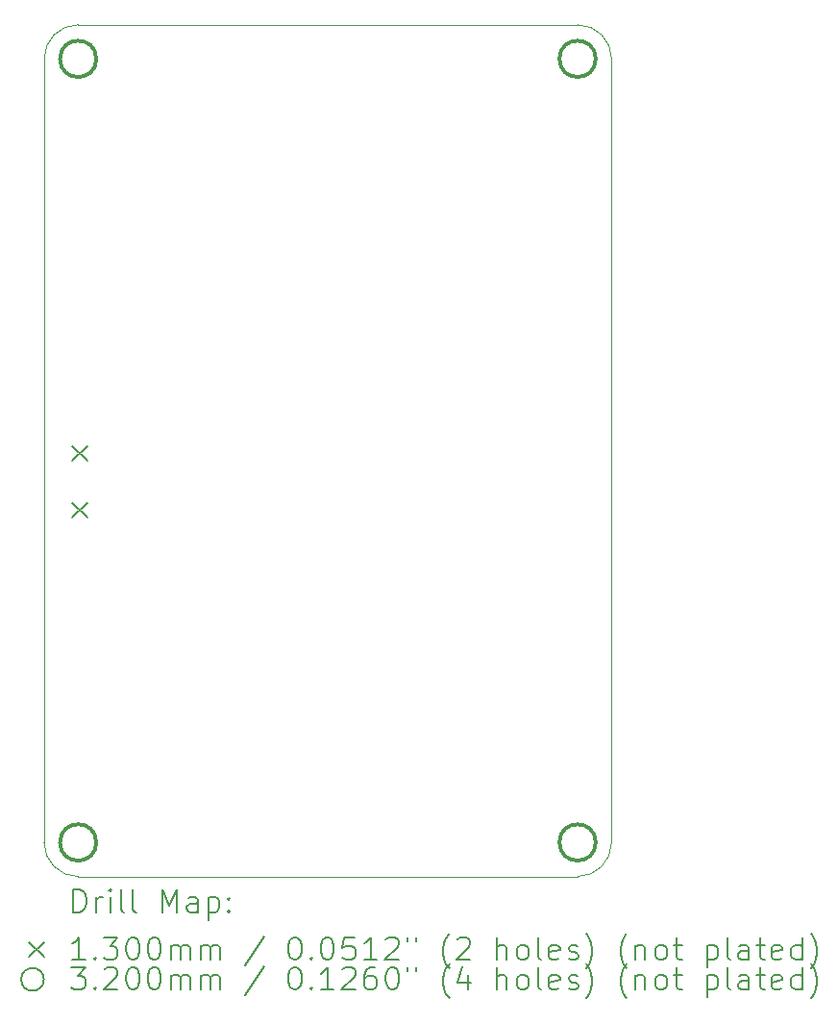
<source format=gbr>
%TF.GenerationSoftware,KiCad,Pcbnew,8.0.8*%
%TF.CreationDate,2025-01-21T11:13:42-05:00*%
%TF.ProjectId,_HW_ESP32-IsoLink,5f48575f-4553-4503-9332-2d49736f4c69,rev?*%
%TF.SameCoordinates,Original*%
%TF.FileFunction,Drillmap*%
%TF.FilePolarity,Positive*%
%FSLAX45Y45*%
G04 Gerber Fmt 4.5, Leading zero omitted, Abs format (unit mm)*
G04 Created by KiCad (PCBNEW 8.0.8) date 2025-01-21 11:13:42*
%MOMM*%
%LPD*%
G01*
G04 APERTURE LIST*
%ADD10C,0.050000*%
%ADD11C,0.200000*%
%ADD12C,0.130000*%
%ADD13C,0.320000*%
G04 APERTURE END LIST*
D10*
X20242220Y-28796660D02*
G75*
G02*
X19942220Y-29096660I-300000J0D01*
G01*
X15542220Y-29096660D02*
G75*
G02*
X15242220Y-28796660I0J300000D01*
G01*
X15542220Y-21596660D02*
X19942220Y-21596660D01*
X15242220Y-28796660D02*
X15242220Y-21896660D01*
X19942220Y-21596660D02*
G75*
G02*
X20242220Y-21896660I0J-300000D01*
G01*
X20242220Y-21896660D02*
X20242220Y-28796660D01*
X15242220Y-21896660D02*
G75*
G02*
X15542220Y-21596660I300000J0D01*
G01*
X19942220Y-29096660D02*
X15542220Y-29096660D01*
D11*
D12*
X15492500Y-25304900D02*
X15622500Y-25434900D01*
X15622500Y-25304900D02*
X15492500Y-25434900D01*
X15492500Y-25804900D02*
X15622500Y-25934900D01*
X15622500Y-25804900D02*
X15492500Y-25934900D01*
D13*
X15702220Y-21896660D02*
G75*
G02*
X15382220Y-21896660I-160000J0D01*
G01*
X15382220Y-21896660D02*
G75*
G02*
X15702220Y-21896660I160000J0D01*
G01*
X15702220Y-28796660D02*
G75*
G02*
X15382220Y-28796660I-160000J0D01*
G01*
X15382220Y-28796660D02*
G75*
G02*
X15702220Y-28796660I160000J0D01*
G01*
X20102220Y-21896660D02*
G75*
G02*
X19782220Y-21896660I-160000J0D01*
G01*
X19782220Y-21896660D02*
G75*
G02*
X20102220Y-21896660I160000J0D01*
G01*
X20102220Y-28796660D02*
G75*
G02*
X19782220Y-28796660I-160000J0D01*
G01*
X19782220Y-28796660D02*
G75*
G02*
X20102220Y-28796660I160000J0D01*
G01*
D11*
X15500497Y-29410644D02*
X15500497Y-29210644D01*
X15500497Y-29210644D02*
X15548116Y-29210644D01*
X15548116Y-29210644D02*
X15576687Y-29220168D01*
X15576687Y-29220168D02*
X15595735Y-29239215D01*
X15595735Y-29239215D02*
X15605259Y-29258263D01*
X15605259Y-29258263D02*
X15614782Y-29296358D01*
X15614782Y-29296358D02*
X15614782Y-29324929D01*
X15614782Y-29324929D02*
X15605259Y-29363025D01*
X15605259Y-29363025D02*
X15595735Y-29382072D01*
X15595735Y-29382072D02*
X15576687Y-29401120D01*
X15576687Y-29401120D02*
X15548116Y-29410644D01*
X15548116Y-29410644D02*
X15500497Y-29410644D01*
X15700497Y-29410644D02*
X15700497Y-29277310D01*
X15700497Y-29315406D02*
X15710021Y-29296358D01*
X15710021Y-29296358D02*
X15719544Y-29286834D01*
X15719544Y-29286834D02*
X15738592Y-29277310D01*
X15738592Y-29277310D02*
X15757640Y-29277310D01*
X15824306Y-29410644D02*
X15824306Y-29277310D01*
X15824306Y-29210644D02*
X15814782Y-29220168D01*
X15814782Y-29220168D02*
X15824306Y-29229691D01*
X15824306Y-29229691D02*
X15833830Y-29220168D01*
X15833830Y-29220168D02*
X15824306Y-29210644D01*
X15824306Y-29210644D02*
X15824306Y-29229691D01*
X15948116Y-29410644D02*
X15929068Y-29401120D01*
X15929068Y-29401120D02*
X15919544Y-29382072D01*
X15919544Y-29382072D02*
X15919544Y-29210644D01*
X16052878Y-29410644D02*
X16033830Y-29401120D01*
X16033830Y-29401120D02*
X16024306Y-29382072D01*
X16024306Y-29382072D02*
X16024306Y-29210644D01*
X16281449Y-29410644D02*
X16281449Y-29210644D01*
X16281449Y-29210644D02*
X16348116Y-29353501D01*
X16348116Y-29353501D02*
X16414782Y-29210644D01*
X16414782Y-29210644D02*
X16414782Y-29410644D01*
X16595735Y-29410644D02*
X16595735Y-29305882D01*
X16595735Y-29305882D02*
X16586211Y-29286834D01*
X16586211Y-29286834D02*
X16567163Y-29277310D01*
X16567163Y-29277310D02*
X16529068Y-29277310D01*
X16529068Y-29277310D02*
X16510021Y-29286834D01*
X16595735Y-29401120D02*
X16576687Y-29410644D01*
X16576687Y-29410644D02*
X16529068Y-29410644D01*
X16529068Y-29410644D02*
X16510021Y-29401120D01*
X16510021Y-29401120D02*
X16500497Y-29382072D01*
X16500497Y-29382072D02*
X16500497Y-29363025D01*
X16500497Y-29363025D02*
X16510021Y-29343977D01*
X16510021Y-29343977D02*
X16529068Y-29334453D01*
X16529068Y-29334453D02*
X16576687Y-29334453D01*
X16576687Y-29334453D02*
X16595735Y-29324929D01*
X16690973Y-29277310D02*
X16690973Y-29477310D01*
X16690973Y-29286834D02*
X16710021Y-29277310D01*
X16710021Y-29277310D02*
X16748116Y-29277310D01*
X16748116Y-29277310D02*
X16767163Y-29286834D01*
X16767163Y-29286834D02*
X16776687Y-29296358D01*
X16776687Y-29296358D02*
X16786211Y-29315406D01*
X16786211Y-29315406D02*
X16786211Y-29372548D01*
X16786211Y-29372548D02*
X16776687Y-29391596D01*
X16776687Y-29391596D02*
X16767163Y-29401120D01*
X16767163Y-29401120D02*
X16748116Y-29410644D01*
X16748116Y-29410644D02*
X16710021Y-29410644D01*
X16710021Y-29410644D02*
X16690973Y-29401120D01*
X16871925Y-29391596D02*
X16881449Y-29401120D01*
X16881449Y-29401120D02*
X16871925Y-29410644D01*
X16871925Y-29410644D02*
X16862402Y-29401120D01*
X16862402Y-29401120D02*
X16871925Y-29391596D01*
X16871925Y-29391596D02*
X16871925Y-29410644D01*
X16871925Y-29286834D02*
X16881449Y-29296358D01*
X16881449Y-29296358D02*
X16871925Y-29305882D01*
X16871925Y-29305882D02*
X16862402Y-29296358D01*
X16862402Y-29296358D02*
X16871925Y-29286834D01*
X16871925Y-29286834D02*
X16871925Y-29305882D01*
D12*
X15109720Y-29674160D02*
X15239720Y-29804160D01*
X15239720Y-29674160D02*
X15109720Y-29804160D01*
D11*
X15605259Y-29830644D02*
X15490973Y-29830644D01*
X15548116Y-29830644D02*
X15548116Y-29630644D01*
X15548116Y-29630644D02*
X15529068Y-29659215D01*
X15529068Y-29659215D02*
X15510021Y-29678263D01*
X15510021Y-29678263D02*
X15490973Y-29687787D01*
X15690973Y-29811596D02*
X15700497Y-29821120D01*
X15700497Y-29821120D02*
X15690973Y-29830644D01*
X15690973Y-29830644D02*
X15681449Y-29821120D01*
X15681449Y-29821120D02*
X15690973Y-29811596D01*
X15690973Y-29811596D02*
X15690973Y-29830644D01*
X15767163Y-29630644D02*
X15890973Y-29630644D01*
X15890973Y-29630644D02*
X15824306Y-29706834D01*
X15824306Y-29706834D02*
X15852878Y-29706834D01*
X15852878Y-29706834D02*
X15871925Y-29716358D01*
X15871925Y-29716358D02*
X15881449Y-29725882D01*
X15881449Y-29725882D02*
X15890973Y-29744929D01*
X15890973Y-29744929D02*
X15890973Y-29792548D01*
X15890973Y-29792548D02*
X15881449Y-29811596D01*
X15881449Y-29811596D02*
X15871925Y-29821120D01*
X15871925Y-29821120D02*
X15852878Y-29830644D01*
X15852878Y-29830644D02*
X15795735Y-29830644D01*
X15795735Y-29830644D02*
X15776687Y-29821120D01*
X15776687Y-29821120D02*
X15767163Y-29811596D01*
X16014782Y-29630644D02*
X16033830Y-29630644D01*
X16033830Y-29630644D02*
X16052878Y-29640168D01*
X16052878Y-29640168D02*
X16062402Y-29649691D01*
X16062402Y-29649691D02*
X16071925Y-29668739D01*
X16071925Y-29668739D02*
X16081449Y-29706834D01*
X16081449Y-29706834D02*
X16081449Y-29754453D01*
X16081449Y-29754453D02*
X16071925Y-29792548D01*
X16071925Y-29792548D02*
X16062402Y-29811596D01*
X16062402Y-29811596D02*
X16052878Y-29821120D01*
X16052878Y-29821120D02*
X16033830Y-29830644D01*
X16033830Y-29830644D02*
X16014782Y-29830644D01*
X16014782Y-29830644D02*
X15995735Y-29821120D01*
X15995735Y-29821120D02*
X15986211Y-29811596D01*
X15986211Y-29811596D02*
X15976687Y-29792548D01*
X15976687Y-29792548D02*
X15967163Y-29754453D01*
X15967163Y-29754453D02*
X15967163Y-29706834D01*
X15967163Y-29706834D02*
X15976687Y-29668739D01*
X15976687Y-29668739D02*
X15986211Y-29649691D01*
X15986211Y-29649691D02*
X15995735Y-29640168D01*
X15995735Y-29640168D02*
X16014782Y-29630644D01*
X16205259Y-29630644D02*
X16224306Y-29630644D01*
X16224306Y-29630644D02*
X16243354Y-29640168D01*
X16243354Y-29640168D02*
X16252878Y-29649691D01*
X16252878Y-29649691D02*
X16262402Y-29668739D01*
X16262402Y-29668739D02*
X16271925Y-29706834D01*
X16271925Y-29706834D02*
X16271925Y-29754453D01*
X16271925Y-29754453D02*
X16262402Y-29792548D01*
X16262402Y-29792548D02*
X16252878Y-29811596D01*
X16252878Y-29811596D02*
X16243354Y-29821120D01*
X16243354Y-29821120D02*
X16224306Y-29830644D01*
X16224306Y-29830644D02*
X16205259Y-29830644D01*
X16205259Y-29830644D02*
X16186211Y-29821120D01*
X16186211Y-29821120D02*
X16176687Y-29811596D01*
X16176687Y-29811596D02*
X16167163Y-29792548D01*
X16167163Y-29792548D02*
X16157640Y-29754453D01*
X16157640Y-29754453D02*
X16157640Y-29706834D01*
X16157640Y-29706834D02*
X16167163Y-29668739D01*
X16167163Y-29668739D02*
X16176687Y-29649691D01*
X16176687Y-29649691D02*
X16186211Y-29640168D01*
X16186211Y-29640168D02*
X16205259Y-29630644D01*
X16357640Y-29830644D02*
X16357640Y-29697310D01*
X16357640Y-29716358D02*
X16367163Y-29706834D01*
X16367163Y-29706834D02*
X16386211Y-29697310D01*
X16386211Y-29697310D02*
X16414783Y-29697310D01*
X16414783Y-29697310D02*
X16433830Y-29706834D01*
X16433830Y-29706834D02*
X16443354Y-29725882D01*
X16443354Y-29725882D02*
X16443354Y-29830644D01*
X16443354Y-29725882D02*
X16452878Y-29706834D01*
X16452878Y-29706834D02*
X16471925Y-29697310D01*
X16471925Y-29697310D02*
X16500497Y-29697310D01*
X16500497Y-29697310D02*
X16519544Y-29706834D01*
X16519544Y-29706834D02*
X16529068Y-29725882D01*
X16529068Y-29725882D02*
X16529068Y-29830644D01*
X16624306Y-29830644D02*
X16624306Y-29697310D01*
X16624306Y-29716358D02*
X16633830Y-29706834D01*
X16633830Y-29706834D02*
X16652878Y-29697310D01*
X16652878Y-29697310D02*
X16681449Y-29697310D01*
X16681449Y-29697310D02*
X16700497Y-29706834D01*
X16700497Y-29706834D02*
X16710021Y-29725882D01*
X16710021Y-29725882D02*
X16710021Y-29830644D01*
X16710021Y-29725882D02*
X16719544Y-29706834D01*
X16719544Y-29706834D02*
X16738592Y-29697310D01*
X16738592Y-29697310D02*
X16767163Y-29697310D01*
X16767163Y-29697310D02*
X16786211Y-29706834D01*
X16786211Y-29706834D02*
X16795735Y-29725882D01*
X16795735Y-29725882D02*
X16795735Y-29830644D01*
X17186211Y-29621120D02*
X17014783Y-29878263D01*
X17443354Y-29630644D02*
X17462402Y-29630644D01*
X17462402Y-29630644D02*
X17481449Y-29640168D01*
X17481449Y-29640168D02*
X17490973Y-29649691D01*
X17490973Y-29649691D02*
X17500497Y-29668739D01*
X17500497Y-29668739D02*
X17510021Y-29706834D01*
X17510021Y-29706834D02*
X17510021Y-29754453D01*
X17510021Y-29754453D02*
X17500497Y-29792548D01*
X17500497Y-29792548D02*
X17490973Y-29811596D01*
X17490973Y-29811596D02*
X17481449Y-29821120D01*
X17481449Y-29821120D02*
X17462402Y-29830644D01*
X17462402Y-29830644D02*
X17443354Y-29830644D01*
X17443354Y-29830644D02*
X17424307Y-29821120D01*
X17424307Y-29821120D02*
X17414783Y-29811596D01*
X17414783Y-29811596D02*
X17405259Y-29792548D01*
X17405259Y-29792548D02*
X17395735Y-29754453D01*
X17395735Y-29754453D02*
X17395735Y-29706834D01*
X17395735Y-29706834D02*
X17405259Y-29668739D01*
X17405259Y-29668739D02*
X17414783Y-29649691D01*
X17414783Y-29649691D02*
X17424307Y-29640168D01*
X17424307Y-29640168D02*
X17443354Y-29630644D01*
X17595735Y-29811596D02*
X17605259Y-29821120D01*
X17605259Y-29821120D02*
X17595735Y-29830644D01*
X17595735Y-29830644D02*
X17586211Y-29821120D01*
X17586211Y-29821120D02*
X17595735Y-29811596D01*
X17595735Y-29811596D02*
X17595735Y-29830644D01*
X17729068Y-29630644D02*
X17748116Y-29630644D01*
X17748116Y-29630644D02*
X17767164Y-29640168D01*
X17767164Y-29640168D02*
X17776688Y-29649691D01*
X17776688Y-29649691D02*
X17786211Y-29668739D01*
X17786211Y-29668739D02*
X17795735Y-29706834D01*
X17795735Y-29706834D02*
X17795735Y-29754453D01*
X17795735Y-29754453D02*
X17786211Y-29792548D01*
X17786211Y-29792548D02*
X17776688Y-29811596D01*
X17776688Y-29811596D02*
X17767164Y-29821120D01*
X17767164Y-29821120D02*
X17748116Y-29830644D01*
X17748116Y-29830644D02*
X17729068Y-29830644D01*
X17729068Y-29830644D02*
X17710021Y-29821120D01*
X17710021Y-29821120D02*
X17700497Y-29811596D01*
X17700497Y-29811596D02*
X17690973Y-29792548D01*
X17690973Y-29792548D02*
X17681449Y-29754453D01*
X17681449Y-29754453D02*
X17681449Y-29706834D01*
X17681449Y-29706834D02*
X17690973Y-29668739D01*
X17690973Y-29668739D02*
X17700497Y-29649691D01*
X17700497Y-29649691D02*
X17710021Y-29640168D01*
X17710021Y-29640168D02*
X17729068Y-29630644D01*
X17976688Y-29630644D02*
X17881449Y-29630644D01*
X17881449Y-29630644D02*
X17871926Y-29725882D01*
X17871926Y-29725882D02*
X17881449Y-29716358D01*
X17881449Y-29716358D02*
X17900497Y-29706834D01*
X17900497Y-29706834D02*
X17948116Y-29706834D01*
X17948116Y-29706834D02*
X17967164Y-29716358D01*
X17967164Y-29716358D02*
X17976688Y-29725882D01*
X17976688Y-29725882D02*
X17986211Y-29744929D01*
X17986211Y-29744929D02*
X17986211Y-29792548D01*
X17986211Y-29792548D02*
X17976688Y-29811596D01*
X17976688Y-29811596D02*
X17967164Y-29821120D01*
X17967164Y-29821120D02*
X17948116Y-29830644D01*
X17948116Y-29830644D02*
X17900497Y-29830644D01*
X17900497Y-29830644D02*
X17881449Y-29821120D01*
X17881449Y-29821120D02*
X17871926Y-29811596D01*
X18176688Y-29830644D02*
X18062402Y-29830644D01*
X18119545Y-29830644D02*
X18119545Y-29630644D01*
X18119545Y-29630644D02*
X18100497Y-29659215D01*
X18100497Y-29659215D02*
X18081449Y-29678263D01*
X18081449Y-29678263D02*
X18062402Y-29687787D01*
X18252878Y-29649691D02*
X18262402Y-29640168D01*
X18262402Y-29640168D02*
X18281449Y-29630644D01*
X18281449Y-29630644D02*
X18329069Y-29630644D01*
X18329069Y-29630644D02*
X18348116Y-29640168D01*
X18348116Y-29640168D02*
X18357640Y-29649691D01*
X18357640Y-29649691D02*
X18367164Y-29668739D01*
X18367164Y-29668739D02*
X18367164Y-29687787D01*
X18367164Y-29687787D02*
X18357640Y-29716358D01*
X18357640Y-29716358D02*
X18243354Y-29830644D01*
X18243354Y-29830644D02*
X18367164Y-29830644D01*
X18443354Y-29630644D02*
X18443354Y-29668739D01*
X18519545Y-29630644D02*
X18519545Y-29668739D01*
X18814783Y-29906834D02*
X18805259Y-29897310D01*
X18805259Y-29897310D02*
X18786211Y-29868739D01*
X18786211Y-29868739D02*
X18776688Y-29849691D01*
X18776688Y-29849691D02*
X18767164Y-29821120D01*
X18767164Y-29821120D02*
X18757640Y-29773501D01*
X18757640Y-29773501D02*
X18757640Y-29735406D01*
X18757640Y-29735406D02*
X18767164Y-29687787D01*
X18767164Y-29687787D02*
X18776688Y-29659215D01*
X18776688Y-29659215D02*
X18786211Y-29640168D01*
X18786211Y-29640168D02*
X18805259Y-29611596D01*
X18805259Y-29611596D02*
X18814783Y-29602072D01*
X18881450Y-29649691D02*
X18890973Y-29640168D01*
X18890973Y-29640168D02*
X18910021Y-29630644D01*
X18910021Y-29630644D02*
X18957640Y-29630644D01*
X18957640Y-29630644D02*
X18976688Y-29640168D01*
X18976688Y-29640168D02*
X18986211Y-29649691D01*
X18986211Y-29649691D02*
X18995735Y-29668739D01*
X18995735Y-29668739D02*
X18995735Y-29687787D01*
X18995735Y-29687787D02*
X18986211Y-29716358D01*
X18986211Y-29716358D02*
X18871926Y-29830644D01*
X18871926Y-29830644D02*
X18995735Y-29830644D01*
X19233831Y-29830644D02*
X19233831Y-29630644D01*
X19319545Y-29830644D02*
X19319545Y-29725882D01*
X19319545Y-29725882D02*
X19310021Y-29706834D01*
X19310021Y-29706834D02*
X19290973Y-29697310D01*
X19290973Y-29697310D02*
X19262402Y-29697310D01*
X19262402Y-29697310D02*
X19243354Y-29706834D01*
X19243354Y-29706834D02*
X19233831Y-29716358D01*
X19443354Y-29830644D02*
X19424307Y-29821120D01*
X19424307Y-29821120D02*
X19414783Y-29811596D01*
X19414783Y-29811596D02*
X19405259Y-29792548D01*
X19405259Y-29792548D02*
X19405259Y-29735406D01*
X19405259Y-29735406D02*
X19414783Y-29716358D01*
X19414783Y-29716358D02*
X19424307Y-29706834D01*
X19424307Y-29706834D02*
X19443354Y-29697310D01*
X19443354Y-29697310D02*
X19471926Y-29697310D01*
X19471926Y-29697310D02*
X19490973Y-29706834D01*
X19490973Y-29706834D02*
X19500497Y-29716358D01*
X19500497Y-29716358D02*
X19510021Y-29735406D01*
X19510021Y-29735406D02*
X19510021Y-29792548D01*
X19510021Y-29792548D02*
X19500497Y-29811596D01*
X19500497Y-29811596D02*
X19490973Y-29821120D01*
X19490973Y-29821120D02*
X19471926Y-29830644D01*
X19471926Y-29830644D02*
X19443354Y-29830644D01*
X19624307Y-29830644D02*
X19605259Y-29821120D01*
X19605259Y-29821120D02*
X19595735Y-29802072D01*
X19595735Y-29802072D02*
X19595735Y-29630644D01*
X19776688Y-29821120D02*
X19757640Y-29830644D01*
X19757640Y-29830644D02*
X19719545Y-29830644D01*
X19719545Y-29830644D02*
X19700497Y-29821120D01*
X19700497Y-29821120D02*
X19690973Y-29802072D01*
X19690973Y-29802072D02*
X19690973Y-29725882D01*
X19690973Y-29725882D02*
X19700497Y-29706834D01*
X19700497Y-29706834D02*
X19719545Y-29697310D01*
X19719545Y-29697310D02*
X19757640Y-29697310D01*
X19757640Y-29697310D02*
X19776688Y-29706834D01*
X19776688Y-29706834D02*
X19786212Y-29725882D01*
X19786212Y-29725882D02*
X19786212Y-29744929D01*
X19786212Y-29744929D02*
X19690973Y-29763977D01*
X19862402Y-29821120D02*
X19881450Y-29830644D01*
X19881450Y-29830644D02*
X19919545Y-29830644D01*
X19919545Y-29830644D02*
X19938593Y-29821120D01*
X19938593Y-29821120D02*
X19948116Y-29802072D01*
X19948116Y-29802072D02*
X19948116Y-29792548D01*
X19948116Y-29792548D02*
X19938593Y-29773501D01*
X19938593Y-29773501D02*
X19919545Y-29763977D01*
X19919545Y-29763977D02*
X19890973Y-29763977D01*
X19890973Y-29763977D02*
X19871926Y-29754453D01*
X19871926Y-29754453D02*
X19862402Y-29735406D01*
X19862402Y-29735406D02*
X19862402Y-29725882D01*
X19862402Y-29725882D02*
X19871926Y-29706834D01*
X19871926Y-29706834D02*
X19890973Y-29697310D01*
X19890973Y-29697310D02*
X19919545Y-29697310D01*
X19919545Y-29697310D02*
X19938593Y-29706834D01*
X20014783Y-29906834D02*
X20024307Y-29897310D01*
X20024307Y-29897310D02*
X20043354Y-29868739D01*
X20043354Y-29868739D02*
X20052878Y-29849691D01*
X20052878Y-29849691D02*
X20062402Y-29821120D01*
X20062402Y-29821120D02*
X20071926Y-29773501D01*
X20071926Y-29773501D02*
X20071926Y-29735406D01*
X20071926Y-29735406D02*
X20062402Y-29687787D01*
X20062402Y-29687787D02*
X20052878Y-29659215D01*
X20052878Y-29659215D02*
X20043354Y-29640168D01*
X20043354Y-29640168D02*
X20024307Y-29611596D01*
X20024307Y-29611596D02*
X20014783Y-29602072D01*
X20376688Y-29906834D02*
X20367164Y-29897310D01*
X20367164Y-29897310D02*
X20348116Y-29868739D01*
X20348116Y-29868739D02*
X20338593Y-29849691D01*
X20338593Y-29849691D02*
X20329069Y-29821120D01*
X20329069Y-29821120D02*
X20319545Y-29773501D01*
X20319545Y-29773501D02*
X20319545Y-29735406D01*
X20319545Y-29735406D02*
X20329069Y-29687787D01*
X20329069Y-29687787D02*
X20338593Y-29659215D01*
X20338593Y-29659215D02*
X20348116Y-29640168D01*
X20348116Y-29640168D02*
X20367164Y-29611596D01*
X20367164Y-29611596D02*
X20376688Y-29602072D01*
X20452878Y-29697310D02*
X20452878Y-29830644D01*
X20452878Y-29716358D02*
X20462402Y-29706834D01*
X20462402Y-29706834D02*
X20481450Y-29697310D01*
X20481450Y-29697310D02*
X20510021Y-29697310D01*
X20510021Y-29697310D02*
X20529069Y-29706834D01*
X20529069Y-29706834D02*
X20538593Y-29725882D01*
X20538593Y-29725882D02*
X20538593Y-29830644D01*
X20662402Y-29830644D02*
X20643354Y-29821120D01*
X20643354Y-29821120D02*
X20633831Y-29811596D01*
X20633831Y-29811596D02*
X20624307Y-29792548D01*
X20624307Y-29792548D02*
X20624307Y-29735406D01*
X20624307Y-29735406D02*
X20633831Y-29716358D01*
X20633831Y-29716358D02*
X20643354Y-29706834D01*
X20643354Y-29706834D02*
X20662402Y-29697310D01*
X20662402Y-29697310D02*
X20690974Y-29697310D01*
X20690974Y-29697310D02*
X20710021Y-29706834D01*
X20710021Y-29706834D02*
X20719545Y-29716358D01*
X20719545Y-29716358D02*
X20729069Y-29735406D01*
X20729069Y-29735406D02*
X20729069Y-29792548D01*
X20729069Y-29792548D02*
X20719545Y-29811596D01*
X20719545Y-29811596D02*
X20710021Y-29821120D01*
X20710021Y-29821120D02*
X20690974Y-29830644D01*
X20690974Y-29830644D02*
X20662402Y-29830644D01*
X20786212Y-29697310D02*
X20862402Y-29697310D01*
X20814783Y-29630644D02*
X20814783Y-29802072D01*
X20814783Y-29802072D02*
X20824307Y-29821120D01*
X20824307Y-29821120D02*
X20843354Y-29830644D01*
X20843354Y-29830644D02*
X20862402Y-29830644D01*
X21081450Y-29697310D02*
X21081450Y-29897310D01*
X21081450Y-29706834D02*
X21100497Y-29697310D01*
X21100497Y-29697310D02*
X21138593Y-29697310D01*
X21138593Y-29697310D02*
X21157640Y-29706834D01*
X21157640Y-29706834D02*
X21167164Y-29716358D01*
X21167164Y-29716358D02*
X21176688Y-29735406D01*
X21176688Y-29735406D02*
X21176688Y-29792548D01*
X21176688Y-29792548D02*
X21167164Y-29811596D01*
X21167164Y-29811596D02*
X21157640Y-29821120D01*
X21157640Y-29821120D02*
X21138593Y-29830644D01*
X21138593Y-29830644D02*
X21100497Y-29830644D01*
X21100497Y-29830644D02*
X21081450Y-29821120D01*
X21290974Y-29830644D02*
X21271926Y-29821120D01*
X21271926Y-29821120D02*
X21262402Y-29802072D01*
X21262402Y-29802072D02*
X21262402Y-29630644D01*
X21452878Y-29830644D02*
X21452878Y-29725882D01*
X21452878Y-29725882D02*
X21443355Y-29706834D01*
X21443355Y-29706834D02*
X21424307Y-29697310D01*
X21424307Y-29697310D02*
X21386212Y-29697310D01*
X21386212Y-29697310D02*
X21367164Y-29706834D01*
X21452878Y-29821120D02*
X21433831Y-29830644D01*
X21433831Y-29830644D02*
X21386212Y-29830644D01*
X21386212Y-29830644D02*
X21367164Y-29821120D01*
X21367164Y-29821120D02*
X21357640Y-29802072D01*
X21357640Y-29802072D02*
X21357640Y-29783025D01*
X21357640Y-29783025D02*
X21367164Y-29763977D01*
X21367164Y-29763977D02*
X21386212Y-29754453D01*
X21386212Y-29754453D02*
X21433831Y-29754453D01*
X21433831Y-29754453D02*
X21452878Y-29744929D01*
X21519545Y-29697310D02*
X21595735Y-29697310D01*
X21548116Y-29630644D02*
X21548116Y-29802072D01*
X21548116Y-29802072D02*
X21557640Y-29821120D01*
X21557640Y-29821120D02*
X21576688Y-29830644D01*
X21576688Y-29830644D02*
X21595735Y-29830644D01*
X21738593Y-29821120D02*
X21719545Y-29830644D01*
X21719545Y-29830644D02*
X21681450Y-29830644D01*
X21681450Y-29830644D02*
X21662402Y-29821120D01*
X21662402Y-29821120D02*
X21652878Y-29802072D01*
X21652878Y-29802072D02*
X21652878Y-29725882D01*
X21652878Y-29725882D02*
X21662402Y-29706834D01*
X21662402Y-29706834D02*
X21681450Y-29697310D01*
X21681450Y-29697310D02*
X21719545Y-29697310D01*
X21719545Y-29697310D02*
X21738593Y-29706834D01*
X21738593Y-29706834D02*
X21748116Y-29725882D01*
X21748116Y-29725882D02*
X21748116Y-29744929D01*
X21748116Y-29744929D02*
X21652878Y-29763977D01*
X21919545Y-29830644D02*
X21919545Y-29630644D01*
X21919545Y-29821120D02*
X21900497Y-29830644D01*
X21900497Y-29830644D02*
X21862402Y-29830644D01*
X21862402Y-29830644D02*
X21843355Y-29821120D01*
X21843355Y-29821120D02*
X21833831Y-29811596D01*
X21833831Y-29811596D02*
X21824307Y-29792548D01*
X21824307Y-29792548D02*
X21824307Y-29735406D01*
X21824307Y-29735406D02*
X21833831Y-29716358D01*
X21833831Y-29716358D02*
X21843355Y-29706834D01*
X21843355Y-29706834D02*
X21862402Y-29697310D01*
X21862402Y-29697310D02*
X21900497Y-29697310D01*
X21900497Y-29697310D02*
X21919545Y-29706834D01*
X21995736Y-29906834D02*
X22005259Y-29897310D01*
X22005259Y-29897310D02*
X22024307Y-29868739D01*
X22024307Y-29868739D02*
X22033831Y-29849691D01*
X22033831Y-29849691D02*
X22043355Y-29821120D01*
X22043355Y-29821120D02*
X22052878Y-29773501D01*
X22052878Y-29773501D02*
X22052878Y-29735406D01*
X22052878Y-29735406D02*
X22043355Y-29687787D01*
X22043355Y-29687787D02*
X22033831Y-29659215D01*
X22033831Y-29659215D02*
X22024307Y-29640168D01*
X22024307Y-29640168D02*
X22005259Y-29611596D01*
X22005259Y-29611596D02*
X21995736Y-29602072D01*
X15239720Y-30003160D02*
G75*
G02*
X15039720Y-30003160I-100000J0D01*
G01*
X15039720Y-30003160D02*
G75*
G02*
X15239720Y-30003160I100000J0D01*
G01*
X15481449Y-29894644D02*
X15605259Y-29894644D01*
X15605259Y-29894644D02*
X15538592Y-29970834D01*
X15538592Y-29970834D02*
X15567163Y-29970834D01*
X15567163Y-29970834D02*
X15586211Y-29980358D01*
X15586211Y-29980358D02*
X15595735Y-29989882D01*
X15595735Y-29989882D02*
X15605259Y-30008929D01*
X15605259Y-30008929D02*
X15605259Y-30056548D01*
X15605259Y-30056548D02*
X15595735Y-30075596D01*
X15595735Y-30075596D02*
X15586211Y-30085120D01*
X15586211Y-30085120D02*
X15567163Y-30094644D01*
X15567163Y-30094644D02*
X15510021Y-30094644D01*
X15510021Y-30094644D02*
X15490973Y-30085120D01*
X15490973Y-30085120D02*
X15481449Y-30075596D01*
X15690973Y-30075596D02*
X15700497Y-30085120D01*
X15700497Y-30085120D02*
X15690973Y-30094644D01*
X15690973Y-30094644D02*
X15681449Y-30085120D01*
X15681449Y-30085120D02*
X15690973Y-30075596D01*
X15690973Y-30075596D02*
X15690973Y-30094644D01*
X15776687Y-29913691D02*
X15786211Y-29904168D01*
X15786211Y-29904168D02*
X15805259Y-29894644D01*
X15805259Y-29894644D02*
X15852878Y-29894644D01*
X15852878Y-29894644D02*
X15871925Y-29904168D01*
X15871925Y-29904168D02*
X15881449Y-29913691D01*
X15881449Y-29913691D02*
X15890973Y-29932739D01*
X15890973Y-29932739D02*
X15890973Y-29951787D01*
X15890973Y-29951787D02*
X15881449Y-29980358D01*
X15881449Y-29980358D02*
X15767163Y-30094644D01*
X15767163Y-30094644D02*
X15890973Y-30094644D01*
X16014782Y-29894644D02*
X16033830Y-29894644D01*
X16033830Y-29894644D02*
X16052878Y-29904168D01*
X16052878Y-29904168D02*
X16062402Y-29913691D01*
X16062402Y-29913691D02*
X16071925Y-29932739D01*
X16071925Y-29932739D02*
X16081449Y-29970834D01*
X16081449Y-29970834D02*
X16081449Y-30018453D01*
X16081449Y-30018453D02*
X16071925Y-30056548D01*
X16071925Y-30056548D02*
X16062402Y-30075596D01*
X16062402Y-30075596D02*
X16052878Y-30085120D01*
X16052878Y-30085120D02*
X16033830Y-30094644D01*
X16033830Y-30094644D02*
X16014782Y-30094644D01*
X16014782Y-30094644D02*
X15995735Y-30085120D01*
X15995735Y-30085120D02*
X15986211Y-30075596D01*
X15986211Y-30075596D02*
X15976687Y-30056548D01*
X15976687Y-30056548D02*
X15967163Y-30018453D01*
X15967163Y-30018453D02*
X15967163Y-29970834D01*
X15967163Y-29970834D02*
X15976687Y-29932739D01*
X15976687Y-29932739D02*
X15986211Y-29913691D01*
X15986211Y-29913691D02*
X15995735Y-29904168D01*
X15995735Y-29904168D02*
X16014782Y-29894644D01*
X16205259Y-29894644D02*
X16224306Y-29894644D01*
X16224306Y-29894644D02*
X16243354Y-29904168D01*
X16243354Y-29904168D02*
X16252878Y-29913691D01*
X16252878Y-29913691D02*
X16262402Y-29932739D01*
X16262402Y-29932739D02*
X16271925Y-29970834D01*
X16271925Y-29970834D02*
X16271925Y-30018453D01*
X16271925Y-30018453D02*
X16262402Y-30056548D01*
X16262402Y-30056548D02*
X16252878Y-30075596D01*
X16252878Y-30075596D02*
X16243354Y-30085120D01*
X16243354Y-30085120D02*
X16224306Y-30094644D01*
X16224306Y-30094644D02*
X16205259Y-30094644D01*
X16205259Y-30094644D02*
X16186211Y-30085120D01*
X16186211Y-30085120D02*
X16176687Y-30075596D01*
X16176687Y-30075596D02*
X16167163Y-30056548D01*
X16167163Y-30056548D02*
X16157640Y-30018453D01*
X16157640Y-30018453D02*
X16157640Y-29970834D01*
X16157640Y-29970834D02*
X16167163Y-29932739D01*
X16167163Y-29932739D02*
X16176687Y-29913691D01*
X16176687Y-29913691D02*
X16186211Y-29904168D01*
X16186211Y-29904168D02*
X16205259Y-29894644D01*
X16357640Y-30094644D02*
X16357640Y-29961310D01*
X16357640Y-29980358D02*
X16367163Y-29970834D01*
X16367163Y-29970834D02*
X16386211Y-29961310D01*
X16386211Y-29961310D02*
X16414783Y-29961310D01*
X16414783Y-29961310D02*
X16433830Y-29970834D01*
X16433830Y-29970834D02*
X16443354Y-29989882D01*
X16443354Y-29989882D02*
X16443354Y-30094644D01*
X16443354Y-29989882D02*
X16452878Y-29970834D01*
X16452878Y-29970834D02*
X16471925Y-29961310D01*
X16471925Y-29961310D02*
X16500497Y-29961310D01*
X16500497Y-29961310D02*
X16519544Y-29970834D01*
X16519544Y-29970834D02*
X16529068Y-29989882D01*
X16529068Y-29989882D02*
X16529068Y-30094644D01*
X16624306Y-30094644D02*
X16624306Y-29961310D01*
X16624306Y-29980358D02*
X16633830Y-29970834D01*
X16633830Y-29970834D02*
X16652878Y-29961310D01*
X16652878Y-29961310D02*
X16681449Y-29961310D01*
X16681449Y-29961310D02*
X16700497Y-29970834D01*
X16700497Y-29970834D02*
X16710021Y-29989882D01*
X16710021Y-29989882D02*
X16710021Y-30094644D01*
X16710021Y-29989882D02*
X16719544Y-29970834D01*
X16719544Y-29970834D02*
X16738592Y-29961310D01*
X16738592Y-29961310D02*
X16767163Y-29961310D01*
X16767163Y-29961310D02*
X16786211Y-29970834D01*
X16786211Y-29970834D02*
X16795735Y-29989882D01*
X16795735Y-29989882D02*
X16795735Y-30094644D01*
X17186211Y-29885120D02*
X17014783Y-30142263D01*
X17443354Y-29894644D02*
X17462402Y-29894644D01*
X17462402Y-29894644D02*
X17481449Y-29904168D01*
X17481449Y-29904168D02*
X17490973Y-29913691D01*
X17490973Y-29913691D02*
X17500497Y-29932739D01*
X17500497Y-29932739D02*
X17510021Y-29970834D01*
X17510021Y-29970834D02*
X17510021Y-30018453D01*
X17510021Y-30018453D02*
X17500497Y-30056548D01*
X17500497Y-30056548D02*
X17490973Y-30075596D01*
X17490973Y-30075596D02*
X17481449Y-30085120D01*
X17481449Y-30085120D02*
X17462402Y-30094644D01*
X17462402Y-30094644D02*
X17443354Y-30094644D01*
X17443354Y-30094644D02*
X17424307Y-30085120D01*
X17424307Y-30085120D02*
X17414783Y-30075596D01*
X17414783Y-30075596D02*
X17405259Y-30056548D01*
X17405259Y-30056548D02*
X17395735Y-30018453D01*
X17395735Y-30018453D02*
X17395735Y-29970834D01*
X17395735Y-29970834D02*
X17405259Y-29932739D01*
X17405259Y-29932739D02*
X17414783Y-29913691D01*
X17414783Y-29913691D02*
X17424307Y-29904168D01*
X17424307Y-29904168D02*
X17443354Y-29894644D01*
X17595735Y-30075596D02*
X17605259Y-30085120D01*
X17605259Y-30085120D02*
X17595735Y-30094644D01*
X17595735Y-30094644D02*
X17586211Y-30085120D01*
X17586211Y-30085120D02*
X17595735Y-30075596D01*
X17595735Y-30075596D02*
X17595735Y-30094644D01*
X17795735Y-30094644D02*
X17681449Y-30094644D01*
X17738592Y-30094644D02*
X17738592Y-29894644D01*
X17738592Y-29894644D02*
X17719545Y-29923215D01*
X17719545Y-29923215D02*
X17700497Y-29942263D01*
X17700497Y-29942263D02*
X17681449Y-29951787D01*
X17871926Y-29913691D02*
X17881449Y-29904168D01*
X17881449Y-29904168D02*
X17900497Y-29894644D01*
X17900497Y-29894644D02*
X17948116Y-29894644D01*
X17948116Y-29894644D02*
X17967164Y-29904168D01*
X17967164Y-29904168D02*
X17976688Y-29913691D01*
X17976688Y-29913691D02*
X17986211Y-29932739D01*
X17986211Y-29932739D02*
X17986211Y-29951787D01*
X17986211Y-29951787D02*
X17976688Y-29980358D01*
X17976688Y-29980358D02*
X17862402Y-30094644D01*
X17862402Y-30094644D02*
X17986211Y-30094644D01*
X18157640Y-29894644D02*
X18119545Y-29894644D01*
X18119545Y-29894644D02*
X18100497Y-29904168D01*
X18100497Y-29904168D02*
X18090973Y-29913691D01*
X18090973Y-29913691D02*
X18071926Y-29942263D01*
X18071926Y-29942263D02*
X18062402Y-29980358D01*
X18062402Y-29980358D02*
X18062402Y-30056548D01*
X18062402Y-30056548D02*
X18071926Y-30075596D01*
X18071926Y-30075596D02*
X18081449Y-30085120D01*
X18081449Y-30085120D02*
X18100497Y-30094644D01*
X18100497Y-30094644D02*
X18138592Y-30094644D01*
X18138592Y-30094644D02*
X18157640Y-30085120D01*
X18157640Y-30085120D02*
X18167164Y-30075596D01*
X18167164Y-30075596D02*
X18176688Y-30056548D01*
X18176688Y-30056548D02*
X18176688Y-30008929D01*
X18176688Y-30008929D02*
X18167164Y-29989882D01*
X18167164Y-29989882D02*
X18157640Y-29980358D01*
X18157640Y-29980358D02*
X18138592Y-29970834D01*
X18138592Y-29970834D02*
X18100497Y-29970834D01*
X18100497Y-29970834D02*
X18081449Y-29980358D01*
X18081449Y-29980358D02*
X18071926Y-29989882D01*
X18071926Y-29989882D02*
X18062402Y-30008929D01*
X18300497Y-29894644D02*
X18319545Y-29894644D01*
X18319545Y-29894644D02*
X18338592Y-29904168D01*
X18338592Y-29904168D02*
X18348116Y-29913691D01*
X18348116Y-29913691D02*
X18357640Y-29932739D01*
X18357640Y-29932739D02*
X18367164Y-29970834D01*
X18367164Y-29970834D02*
X18367164Y-30018453D01*
X18367164Y-30018453D02*
X18357640Y-30056548D01*
X18357640Y-30056548D02*
X18348116Y-30075596D01*
X18348116Y-30075596D02*
X18338592Y-30085120D01*
X18338592Y-30085120D02*
X18319545Y-30094644D01*
X18319545Y-30094644D02*
X18300497Y-30094644D01*
X18300497Y-30094644D02*
X18281449Y-30085120D01*
X18281449Y-30085120D02*
X18271926Y-30075596D01*
X18271926Y-30075596D02*
X18262402Y-30056548D01*
X18262402Y-30056548D02*
X18252878Y-30018453D01*
X18252878Y-30018453D02*
X18252878Y-29970834D01*
X18252878Y-29970834D02*
X18262402Y-29932739D01*
X18262402Y-29932739D02*
X18271926Y-29913691D01*
X18271926Y-29913691D02*
X18281449Y-29904168D01*
X18281449Y-29904168D02*
X18300497Y-29894644D01*
X18443354Y-29894644D02*
X18443354Y-29932739D01*
X18519545Y-29894644D02*
X18519545Y-29932739D01*
X18814783Y-30170834D02*
X18805259Y-30161310D01*
X18805259Y-30161310D02*
X18786211Y-30132739D01*
X18786211Y-30132739D02*
X18776688Y-30113691D01*
X18776688Y-30113691D02*
X18767164Y-30085120D01*
X18767164Y-30085120D02*
X18757640Y-30037501D01*
X18757640Y-30037501D02*
X18757640Y-29999406D01*
X18757640Y-29999406D02*
X18767164Y-29951787D01*
X18767164Y-29951787D02*
X18776688Y-29923215D01*
X18776688Y-29923215D02*
X18786211Y-29904168D01*
X18786211Y-29904168D02*
X18805259Y-29875596D01*
X18805259Y-29875596D02*
X18814783Y-29866072D01*
X18976688Y-29961310D02*
X18976688Y-30094644D01*
X18929069Y-29885120D02*
X18881450Y-30027977D01*
X18881450Y-30027977D02*
X19005259Y-30027977D01*
X19233831Y-30094644D02*
X19233831Y-29894644D01*
X19319545Y-30094644D02*
X19319545Y-29989882D01*
X19319545Y-29989882D02*
X19310021Y-29970834D01*
X19310021Y-29970834D02*
X19290973Y-29961310D01*
X19290973Y-29961310D02*
X19262402Y-29961310D01*
X19262402Y-29961310D02*
X19243354Y-29970834D01*
X19243354Y-29970834D02*
X19233831Y-29980358D01*
X19443354Y-30094644D02*
X19424307Y-30085120D01*
X19424307Y-30085120D02*
X19414783Y-30075596D01*
X19414783Y-30075596D02*
X19405259Y-30056548D01*
X19405259Y-30056548D02*
X19405259Y-29999406D01*
X19405259Y-29999406D02*
X19414783Y-29980358D01*
X19414783Y-29980358D02*
X19424307Y-29970834D01*
X19424307Y-29970834D02*
X19443354Y-29961310D01*
X19443354Y-29961310D02*
X19471926Y-29961310D01*
X19471926Y-29961310D02*
X19490973Y-29970834D01*
X19490973Y-29970834D02*
X19500497Y-29980358D01*
X19500497Y-29980358D02*
X19510021Y-29999406D01*
X19510021Y-29999406D02*
X19510021Y-30056548D01*
X19510021Y-30056548D02*
X19500497Y-30075596D01*
X19500497Y-30075596D02*
X19490973Y-30085120D01*
X19490973Y-30085120D02*
X19471926Y-30094644D01*
X19471926Y-30094644D02*
X19443354Y-30094644D01*
X19624307Y-30094644D02*
X19605259Y-30085120D01*
X19605259Y-30085120D02*
X19595735Y-30066072D01*
X19595735Y-30066072D02*
X19595735Y-29894644D01*
X19776688Y-30085120D02*
X19757640Y-30094644D01*
X19757640Y-30094644D02*
X19719545Y-30094644D01*
X19719545Y-30094644D02*
X19700497Y-30085120D01*
X19700497Y-30085120D02*
X19690973Y-30066072D01*
X19690973Y-30066072D02*
X19690973Y-29989882D01*
X19690973Y-29989882D02*
X19700497Y-29970834D01*
X19700497Y-29970834D02*
X19719545Y-29961310D01*
X19719545Y-29961310D02*
X19757640Y-29961310D01*
X19757640Y-29961310D02*
X19776688Y-29970834D01*
X19776688Y-29970834D02*
X19786212Y-29989882D01*
X19786212Y-29989882D02*
X19786212Y-30008929D01*
X19786212Y-30008929D02*
X19690973Y-30027977D01*
X19862402Y-30085120D02*
X19881450Y-30094644D01*
X19881450Y-30094644D02*
X19919545Y-30094644D01*
X19919545Y-30094644D02*
X19938593Y-30085120D01*
X19938593Y-30085120D02*
X19948116Y-30066072D01*
X19948116Y-30066072D02*
X19948116Y-30056548D01*
X19948116Y-30056548D02*
X19938593Y-30037501D01*
X19938593Y-30037501D02*
X19919545Y-30027977D01*
X19919545Y-30027977D02*
X19890973Y-30027977D01*
X19890973Y-30027977D02*
X19871926Y-30018453D01*
X19871926Y-30018453D02*
X19862402Y-29999406D01*
X19862402Y-29999406D02*
X19862402Y-29989882D01*
X19862402Y-29989882D02*
X19871926Y-29970834D01*
X19871926Y-29970834D02*
X19890973Y-29961310D01*
X19890973Y-29961310D02*
X19919545Y-29961310D01*
X19919545Y-29961310D02*
X19938593Y-29970834D01*
X20014783Y-30170834D02*
X20024307Y-30161310D01*
X20024307Y-30161310D02*
X20043354Y-30132739D01*
X20043354Y-30132739D02*
X20052878Y-30113691D01*
X20052878Y-30113691D02*
X20062402Y-30085120D01*
X20062402Y-30085120D02*
X20071926Y-30037501D01*
X20071926Y-30037501D02*
X20071926Y-29999406D01*
X20071926Y-29999406D02*
X20062402Y-29951787D01*
X20062402Y-29951787D02*
X20052878Y-29923215D01*
X20052878Y-29923215D02*
X20043354Y-29904168D01*
X20043354Y-29904168D02*
X20024307Y-29875596D01*
X20024307Y-29875596D02*
X20014783Y-29866072D01*
X20376688Y-30170834D02*
X20367164Y-30161310D01*
X20367164Y-30161310D02*
X20348116Y-30132739D01*
X20348116Y-30132739D02*
X20338593Y-30113691D01*
X20338593Y-30113691D02*
X20329069Y-30085120D01*
X20329069Y-30085120D02*
X20319545Y-30037501D01*
X20319545Y-30037501D02*
X20319545Y-29999406D01*
X20319545Y-29999406D02*
X20329069Y-29951787D01*
X20329069Y-29951787D02*
X20338593Y-29923215D01*
X20338593Y-29923215D02*
X20348116Y-29904168D01*
X20348116Y-29904168D02*
X20367164Y-29875596D01*
X20367164Y-29875596D02*
X20376688Y-29866072D01*
X20452878Y-29961310D02*
X20452878Y-30094644D01*
X20452878Y-29980358D02*
X20462402Y-29970834D01*
X20462402Y-29970834D02*
X20481450Y-29961310D01*
X20481450Y-29961310D02*
X20510021Y-29961310D01*
X20510021Y-29961310D02*
X20529069Y-29970834D01*
X20529069Y-29970834D02*
X20538593Y-29989882D01*
X20538593Y-29989882D02*
X20538593Y-30094644D01*
X20662402Y-30094644D02*
X20643354Y-30085120D01*
X20643354Y-30085120D02*
X20633831Y-30075596D01*
X20633831Y-30075596D02*
X20624307Y-30056548D01*
X20624307Y-30056548D02*
X20624307Y-29999406D01*
X20624307Y-29999406D02*
X20633831Y-29980358D01*
X20633831Y-29980358D02*
X20643354Y-29970834D01*
X20643354Y-29970834D02*
X20662402Y-29961310D01*
X20662402Y-29961310D02*
X20690974Y-29961310D01*
X20690974Y-29961310D02*
X20710021Y-29970834D01*
X20710021Y-29970834D02*
X20719545Y-29980358D01*
X20719545Y-29980358D02*
X20729069Y-29999406D01*
X20729069Y-29999406D02*
X20729069Y-30056548D01*
X20729069Y-30056548D02*
X20719545Y-30075596D01*
X20719545Y-30075596D02*
X20710021Y-30085120D01*
X20710021Y-30085120D02*
X20690974Y-30094644D01*
X20690974Y-30094644D02*
X20662402Y-30094644D01*
X20786212Y-29961310D02*
X20862402Y-29961310D01*
X20814783Y-29894644D02*
X20814783Y-30066072D01*
X20814783Y-30066072D02*
X20824307Y-30085120D01*
X20824307Y-30085120D02*
X20843354Y-30094644D01*
X20843354Y-30094644D02*
X20862402Y-30094644D01*
X21081450Y-29961310D02*
X21081450Y-30161310D01*
X21081450Y-29970834D02*
X21100497Y-29961310D01*
X21100497Y-29961310D02*
X21138593Y-29961310D01*
X21138593Y-29961310D02*
X21157640Y-29970834D01*
X21157640Y-29970834D02*
X21167164Y-29980358D01*
X21167164Y-29980358D02*
X21176688Y-29999406D01*
X21176688Y-29999406D02*
X21176688Y-30056548D01*
X21176688Y-30056548D02*
X21167164Y-30075596D01*
X21167164Y-30075596D02*
X21157640Y-30085120D01*
X21157640Y-30085120D02*
X21138593Y-30094644D01*
X21138593Y-30094644D02*
X21100497Y-30094644D01*
X21100497Y-30094644D02*
X21081450Y-30085120D01*
X21290974Y-30094644D02*
X21271926Y-30085120D01*
X21271926Y-30085120D02*
X21262402Y-30066072D01*
X21262402Y-30066072D02*
X21262402Y-29894644D01*
X21452878Y-30094644D02*
X21452878Y-29989882D01*
X21452878Y-29989882D02*
X21443355Y-29970834D01*
X21443355Y-29970834D02*
X21424307Y-29961310D01*
X21424307Y-29961310D02*
X21386212Y-29961310D01*
X21386212Y-29961310D02*
X21367164Y-29970834D01*
X21452878Y-30085120D02*
X21433831Y-30094644D01*
X21433831Y-30094644D02*
X21386212Y-30094644D01*
X21386212Y-30094644D02*
X21367164Y-30085120D01*
X21367164Y-30085120D02*
X21357640Y-30066072D01*
X21357640Y-30066072D02*
X21357640Y-30047025D01*
X21357640Y-30047025D02*
X21367164Y-30027977D01*
X21367164Y-30027977D02*
X21386212Y-30018453D01*
X21386212Y-30018453D02*
X21433831Y-30018453D01*
X21433831Y-30018453D02*
X21452878Y-30008929D01*
X21519545Y-29961310D02*
X21595735Y-29961310D01*
X21548116Y-29894644D02*
X21548116Y-30066072D01*
X21548116Y-30066072D02*
X21557640Y-30085120D01*
X21557640Y-30085120D02*
X21576688Y-30094644D01*
X21576688Y-30094644D02*
X21595735Y-30094644D01*
X21738593Y-30085120D02*
X21719545Y-30094644D01*
X21719545Y-30094644D02*
X21681450Y-30094644D01*
X21681450Y-30094644D02*
X21662402Y-30085120D01*
X21662402Y-30085120D02*
X21652878Y-30066072D01*
X21652878Y-30066072D02*
X21652878Y-29989882D01*
X21652878Y-29989882D02*
X21662402Y-29970834D01*
X21662402Y-29970834D02*
X21681450Y-29961310D01*
X21681450Y-29961310D02*
X21719545Y-29961310D01*
X21719545Y-29961310D02*
X21738593Y-29970834D01*
X21738593Y-29970834D02*
X21748116Y-29989882D01*
X21748116Y-29989882D02*
X21748116Y-30008929D01*
X21748116Y-30008929D02*
X21652878Y-30027977D01*
X21919545Y-30094644D02*
X21919545Y-29894644D01*
X21919545Y-30085120D02*
X21900497Y-30094644D01*
X21900497Y-30094644D02*
X21862402Y-30094644D01*
X21862402Y-30094644D02*
X21843355Y-30085120D01*
X21843355Y-30085120D02*
X21833831Y-30075596D01*
X21833831Y-30075596D02*
X21824307Y-30056548D01*
X21824307Y-30056548D02*
X21824307Y-29999406D01*
X21824307Y-29999406D02*
X21833831Y-29980358D01*
X21833831Y-29980358D02*
X21843355Y-29970834D01*
X21843355Y-29970834D02*
X21862402Y-29961310D01*
X21862402Y-29961310D02*
X21900497Y-29961310D01*
X21900497Y-29961310D02*
X21919545Y-29970834D01*
X21995736Y-30170834D02*
X22005259Y-30161310D01*
X22005259Y-30161310D02*
X22024307Y-30132739D01*
X22024307Y-30132739D02*
X22033831Y-30113691D01*
X22033831Y-30113691D02*
X22043355Y-30085120D01*
X22043355Y-30085120D02*
X22052878Y-30037501D01*
X22052878Y-30037501D02*
X22052878Y-29999406D01*
X22052878Y-29999406D02*
X22043355Y-29951787D01*
X22043355Y-29951787D02*
X22033831Y-29923215D01*
X22033831Y-29923215D02*
X22024307Y-29904168D01*
X22024307Y-29904168D02*
X22005259Y-29875596D01*
X22005259Y-29875596D02*
X21995736Y-29866072D01*
M02*

</source>
